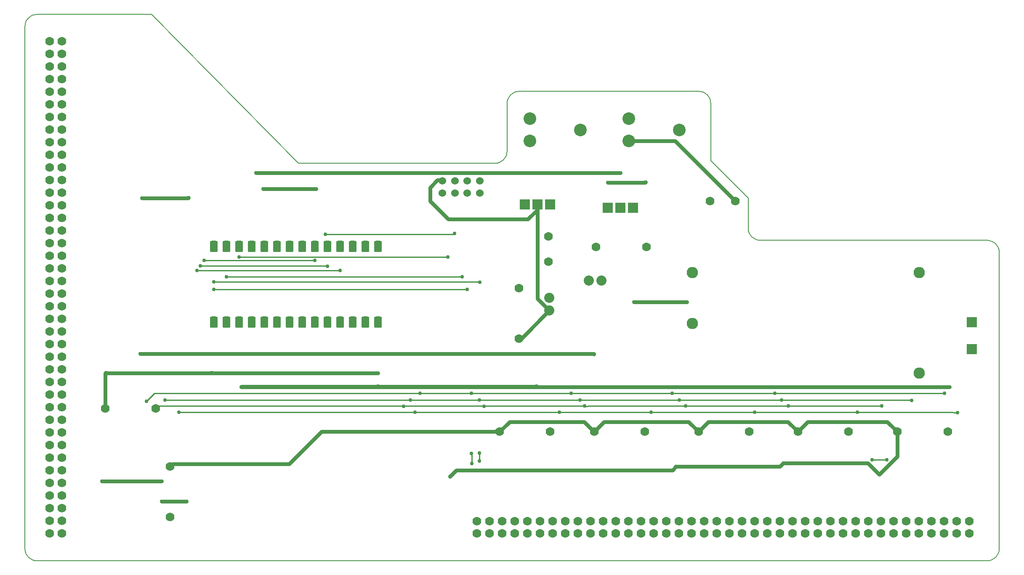
<source format=gbr>
G04 PROTEUS GERBER X2 FILE*
%TF.GenerationSoftware,Labcenter,Proteus,8.6-SP2-Build23525*%
%TF.CreationDate,2023-01-29T17:34:11+00:00*%
%TF.FileFunction,Copper,L2,Bot*%
%TF.FilePolarity,Positive*%
%TF.Part,Single*%
%FSLAX45Y45*%
%MOMM*%
G01*
%TA.AperFunction,Conductor*%
%ADD10C,0.254000*%
%ADD11C,0.508000*%
%ADD14C,0.762000*%
%TA.AperFunction,ViaPad*%
%ADD15C,0.762000*%
%TA.AperFunction,ComponentPad*%
%ADD16C,1.778000*%
%AMPPAD007*
4,1,36,
0.762000,0.838200,
0.762000,-0.838200,
0.755940,-0.900520,
0.738490,-0.958160,
0.710770,-1.009980,
0.673890,-1.054890,
0.628980,-1.091760,
0.577160,-1.119480,
0.519520,-1.136930,
0.457200,-1.143000,
-0.457200,-1.143000,
-0.519520,-1.136930,
-0.577160,-1.119480,
-0.628980,-1.091760,
-0.673890,-1.054890,
-0.710770,-1.009980,
-0.738490,-0.958160,
-0.755940,-0.900520,
-0.762000,-0.838200,
-0.762000,0.838200,
-0.755940,0.900520,
-0.738490,0.958160,
-0.710770,1.009980,
-0.673890,1.054890,
-0.628980,1.091760,
-0.577160,1.119480,
-0.519520,1.136930,
-0.457200,1.143000,
0.457200,1.143000,
0.519520,1.136930,
0.577160,1.119480,
0.628980,1.091760,
0.673890,1.054890,
0.710770,1.009980,
0.738490,0.958160,
0.755940,0.900520,
0.762000,0.838200,
0*%
%TA.AperFunction,ComponentPad*%
%ADD17PPAD007*%
%TA.AperFunction,ComponentPad*%
%ADD20R,2.032000X2.032000*%
%TA.AperFunction,ComponentPad*%
%ADD21C,2.286000*%
%TA.AperFunction,ComponentPad*%
%ADD22C,1.524000*%
%TA.AperFunction,ComponentPad*%
%ADD23C,2.540000*%
%TA.AperFunction,ComponentPad*%
%ADD24C,2.032000*%
%TA.AperFunction,Profile*%
%ADD25C,0.203200*%
%TD.AperFunction*%
D10*
X+6289287Y-5165746D02*
X+6585061Y-5165746D01*
X+6586585Y-5164222D01*
X+6000000Y-4210000D02*
X+7835177Y-4210000D01*
X+8010000Y-4220000D01*
X+4468614Y-3964455D02*
X+4469963Y-3965804D01*
X+4470000Y-3965804D01*
X+7085804Y-3965804D01*
X+7090000Y-3970000D01*
X+4336349Y-3825198D02*
X+4336349Y-3826473D01*
X+3933258Y-4210711D02*
X+3933258Y-4210000D01*
X+6000000Y-4210000D01*
X+2411447Y-3962708D02*
X+2414543Y-3965804D01*
X+2415915Y-3965804D01*
X+4469963Y-3965804D01*
X+2274468Y-3826024D02*
X+2274468Y-3826473D01*
X+4336349Y-3826473D01*
X+1845451Y-4209125D02*
X+1846326Y-4210000D01*
X+1846981Y-4210000D01*
X+3933258Y-4210000D01*
X+414834Y-3965804D02*
X+2414543Y-3965804D01*
X+240000Y-3826473D02*
X+2274468Y-3826473D01*
X+0Y-4210000D02*
X+1846326Y-4210000D01*
X-1606369Y-5187061D02*
X-1606369Y-5033631D01*
X-1610000Y-5030000D01*
X-1608035Y-3963997D02*
X-1606461Y-3965571D01*
X-1606461Y-3965804D01*
X+414834Y-3965804D01*
X-1762096Y-5246236D02*
X-1762096Y-5046552D01*
X-1767421Y-5041227D01*
X-1766719Y-3825321D02*
X-1765567Y-3826473D01*
X-1764616Y-3826473D01*
X+240000Y-3826473D01*
D11*
X-3650000Y-3420000D02*
X-3650000Y-3417083D01*
X-6995972Y-3417083D02*
X-3650000Y-3417083D01*
X-3201490Y-3042567D02*
X-3201490Y-3037895D01*
X-3200000Y-3036405D01*
D10*
X-2699397Y-3963997D02*
X-2700000Y-3963997D01*
X-1608035Y-3963997D02*
X-2699397Y-3963997D01*
X-2998651Y-3964088D02*
X-2999909Y-3964088D01*
X-3000000Y-3963997D01*
X-2700000Y-3963997D02*
X-3000000Y-3963997D01*
X-7929123Y-3963997D01*
X-7932415Y-3960705D01*
X-2901481Y-4210373D02*
X-2900373Y-4210373D01*
X-2900000Y-4210000D01*
X+0Y-4210000D01*
X-2799066Y-3827069D02*
X-2799066Y-3826255D01*
X-2800000Y-3825321D01*
X-1766719Y-3825321D02*
X-2800000Y-3825321D01*
D11*
X-7460468Y+106759D02*
X-8393241Y+106759D01*
X-8400000Y+100000D01*
D10*
X+4336349Y-3826473D02*
X+7210747Y-3826473D01*
X+7750000Y-3830000D01*
X+4677012Y-4080000D02*
X+6479957Y-4080000D01*
X+6483839Y-4083882D01*
X+4608378Y-4078798D02*
X+4608378Y-4080000D01*
X+2540000Y-4080000D02*
X+4608378Y-4080000D01*
X+4677012Y-4080000D01*
X+507307Y-4084578D02*
X+507307Y-4086527D01*
X+577501Y-4086527D01*
X+577684Y-4086710D01*
X+580000Y-4084394D01*
X+2540000Y-4084394D01*
X+2540000Y-4080000D01*
X-3131825Y-4086829D02*
X-3131825Y-4084578D01*
X-8068578Y-4084578D01*
X-8114000Y-4130000D01*
X+507307Y-4084578D02*
X-1515637Y-4084578D01*
X-3131825Y-4084578D01*
D11*
X+5679679Y-3702008D02*
X+5679679Y-3698774D01*
X+1479095Y-3701045D02*
X+1479095Y-3700000D01*
X+2400000Y-3700000D02*
X+1479095Y-3700000D01*
X+3700000Y-3700000D02*
X+3700000Y-3698774D01*
D10*
X-7291831Y-1353165D02*
X-4408755Y-1353165D01*
X-4408167Y-1352577D01*
X-4704503Y-625636D02*
X-2117575Y-625636D01*
X-2105843Y-613904D01*
X-2239292Y-1086541D02*
X-6441793Y-1086541D01*
X-6445023Y-1083311D01*
X-1850000Y-1740000D02*
X-6952652Y-1740000D01*
X-6953789Y-1738863D01*
X-1956907Y-1485201D02*
X-6698279Y-1485201D01*
X-6698474Y-1485396D01*
X-6952416Y-1588546D02*
X-1601454Y-1588546D01*
X-1600000Y-1590000D01*
D11*
X+1503296Y-1991979D02*
X+2568021Y-1991979D01*
X+2570000Y-1990000D01*
X-3645663Y-3688291D02*
X-3645663Y-3688191D01*
X-453291Y-3688191D02*
X-3645663Y-3688191D01*
X-6995972Y-3417083D02*
X-9121140Y-3417083D01*
D10*
X-7223176Y-1263100D02*
X-4669613Y-1263100D01*
X-4664763Y-1267950D01*
X-7145887Y-1156873D02*
X-4921427Y-1156873D01*
X-4920339Y-1155785D01*
X-8010000Y-3825321D02*
X-8140609Y-3825321D01*
X-8247644Y-3932356D01*
X-2800000Y-3825321D02*
X-8010000Y-3825321D01*
X-8247644Y-3932356D02*
X-8300158Y-3984869D01*
X-7650000Y-4210000D02*
X-2900000Y-4210000D01*
D14*
X+3538000Y+40000D02*
X+2326000Y+1252000D01*
X+1400000Y+1252000D01*
X+1227405Y+610000D02*
X-6103790Y+610000D01*
X+2570000Y-1990000D02*
X+1505275Y-1990000D01*
X+1503296Y-1991979D01*
X+978935Y+414852D02*
X+1725007Y+414852D01*
X+1733390Y+423235D01*
X+7850695Y-3698774D02*
X+5679679Y-3698774D01*
X+3700000Y-3698774D01*
X+2401226Y-3698774D01*
X-442708Y-3698774D01*
X-6398774Y-3698774D01*
X-6400000Y-3700000D01*
D11*
X+2401226Y-3698774D02*
X+2400000Y-3700000D01*
X+1479095Y-3700000D02*
X-441482Y-3700000D01*
X-442708Y-3698774D01*
X-453291Y-3688191D01*
X-3645663Y-3688191D02*
X-6388191Y-3688191D01*
X-6398774Y-3698774D01*
D14*
X-3650000Y-3420000D02*
X-9118223Y-3420000D01*
X-9121140Y-3417083D01*
X-9130000Y-4130000D02*
X-9130000Y-3425943D01*
X-9121140Y-3417083D01*
X-8430872Y-3036405D02*
X-3200000Y-3036405D01*
X+695301Y-3036405D01*
X+697161Y-3038265D01*
X-9200000Y-5600000D02*
X-8000000Y-5600000D01*
X-7500000Y-6000000D02*
X-8000000Y-6000000D01*
X-8400000Y+100000D02*
X-7467227Y+100000D01*
X-7460468Y+106759D01*
X-4890903Y+285445D02*
X-5957575Y+285445D01*
D11*
X-5959645Y+283375D01*
D14*
X-7830000Y-5298384D02*
X-7782087Y-5250471D01*
X-5432707Y-5250471D01*
X-4782236Y-4600000D01*
X-1200000Y-4600000D01*
X-1000000Y-4400000D01*
X+500000Y-4400000D01*
X+695000Y-4595000D01*
D11*
X+700000Y-4600000D01*
D14*
X+900000Y-4400000D01*
X+2600000Y-4400000D01*
X+2800000Y-4600000D01*
X+3000000Y-4400000D01*
X+4600000Y-4400000D01*
X+4800000Y-4600000D01*
X+5000000Y-4400000D01*
X+5043350Y-4400000D01*
X+6600000Y-4400000D01*
X+6800000Y-4600000D01*
D11*
X+5000000Y-4400000D02*
X+5043350Y-4400000D01*
X+6600000Y-4400000D01*
D14*
X+6436682Y-5464077D02*
X+6800000Y-5100759D01*
X+6800000Y-4600000D01*
X+6436682Y-5464077D02*
X+6205357Y-5232752D01*
X+4502224Y-5232752D01*
X+2350000Y-5300000D02*
X+4434976Y-5300000D01*
X+4502224Y-5232752D01*
X+334051Y-5374918D02*
X+2275082Y-5374918D01*
X+2350000Y-5300000D01*
X+334051Y-5374918D02*
X-2071317Y-5374918D01*
X-2201233Y-5504834D01*
X-810654Y-2723346D02*
X-763346Y-2723346D01*
X-200000Y-2160000D01*
X-440000Y-30000D02*
X-440000Y-134065D01*
X-632035Y-326100D01*
X-2233900Y-326100D01*
X-2600000Y+40000D01*
X-2600000Y+314583D01*
X-2451224Y+463359D01*
X-2363359Y+463359D01*
X-2350000Y+450000D01*
X-440000Y-134065D02*
X-440000Y-1920000D01*
X-200000Y-2160000D01*
D10*
X-1515637Y-4089760D02*
X-1515637Y-4084578D01*
X+237864Y-3826128D02*
X+239655Y-3826128D01*
X+240000Y-3826473D01*
X+414834Y-3967701D02*
X+414834Y-3965804D01*
D15*
X-8000000Y-5600000D03*
X-9200000Y-5600000D03*
X+334051Y-5374918D03*
X+2350000Y-5300000D03*
X+4502224Y-5232752D03*
X+7090000Y-3970000D03*
X+8010000Y-4220000D03*
X+6289287Y-5165746D03*
X+6586585Y-5164222D03*
X+6000000Y-4210000D03*
X+4468614Y-3964455D03*
X+4336349Y-3825198D03*
X+3933258Y-4210711D03*
X+2411447Y-3962708D03*
X+2274468Y-3826024D03*
X-2201233Y-5504834D03*
X+1845451Y-4209125D03*
X-1606369Y-5187061D03*
X-1610000Y-5030000D03*
X-1762096Y-5246236D03*
X-1767421Y-5041227D03*
X-1766719Y-3825321D03*
X+697161Y-3038265D03*
X+0Y-4210000D03*
X-1608035Y-3963997D03*
X-3201490Y-3042567D03*
X-7932415Y-3960705D03*
X-2998651Y-3964088D03*
X-2901481Y-4210373D03*
X-2799066Y-3827069D03*
X-8400000Y+100000D03*
X-8300158Y-3984869D03*
X+7750000Y-3830000D03*
X+6436682Y-5464077D03*
X+6483839Y-4083882D03*
X+4608378Y-4078798D03*
X+2540000Y-4080000D03*
X-3131825Y-4086829D03*
X+2400000Y-3700000D03*
X+5679679Y-3702008D03*
X+1479095Y-3701045D03*
X-4890903Y+285445D03*
X-5959645Y+283375D03*
X-3650000Y-3420000D03*
X-453291Y-3688191D03*
X-6400000Y-3700000D03*
X-7500000Y-6000000D03*
X-8000000Y-6000000D03*
X+7850695Y-3698774D03*
X+3700000Y-3700000D03*
X-7291831Y-1353165D03*
X-4408167Y-1352577D03*
X-4704503Y-625636D03*
X-2105843Y-613904D03*
X-2239292Y-1086541D03*
X-6445023Y-1083311D03*
X-1850000Y-1740000D03*
X-6953789Y-1738863D03*
X-1956907Y-1485201D03*
X-6698474Y-1485396D03*
X-6952416Y-1588546D03*
X-1600000Y-1590000D03*
X+1503296Y-1991979D03*
X+2570000Y-1990000D03*
X+1227405Y+610000D03*
X-6103790Y+610000D03*
X-3645663Y-3688291D03*
X-6995972Y-3417083D03*
X-9121140Y-3417083D03*
X-7223176Y-1263100D03*
X-4664763Y-1267950D03*
X-7145887Y-1156873D03*
X-4920339Y-1155785D03*
X-7650000Y-4210000D03*
X-8430872Y-3036405D03*
X-7460468Y+106759D03*
X+978935Y+414852D03*
X+1733390Y+423235D03*
X-1515637Y-4089760D03*
X+237864Y-3826128D03*
X+414834Y-3967701D03*
X+507307Y-4084578D03*
D16*
X-1661252Y-6400000D03*
X-1407252Y-6400000D03*
X-1153252Y-6400000D03*
X-899252Y-6400000D03*
X-645252Y-6400000D03*
X-391252Y-6400000D03*
X-137252Y-6400000D03*
X+116748Y-6400000D03*
X+370748Y-6400000D03*
X+624748Y-6400000D03*
X+878748Y-6400000D03*
X+1132748Y-6400000D03*
X+1386748Y-6400000D03*
X+1640748Y-6400000D03*
X+1894748Y-6400000D03*
X+2148748Y-6400000D03*
X+2402748Y-6400000D03*
X+2656748Y-6400000D03*
X+2910748Y-6400000D03*
X+3164748Y-6400000D03*
X+3418748Y-6400000D03*
X+3672748Y-6400000D03*
X+3926748Y-6400000D03*
X+4180748Y-6400000D03*
X+4434748Y-6400000D03*
X+4688748Y-6400000D03*
X+4942748Y-6400000D03*
X+5196748Y-6400000D03*
X+5450748Y-6400000D03*
X+5704748Y-6400000D03*
X+5958748Y-6400000D03*
X+6212748Y-6400000D03*
X+6466748Y-6400000D03*
X+6720748Y-6400000D03*
X+6974748Y-6400000D03*
X+7228748Y-6400000D03*
X+7482748Y-6400000D03*
X+7736748Y-6400000D03*
X+7990748Y-6400000D03*
X+8244748Y-6400000D03*
X+8244748Y-6650000D03*
X+7990748Y-6650000D03*
X+7736748Y-6650000D03*
X+7482748Y-6650000D03*
X+7228748Y-6650000D03*
X+6974748Y-6650000D03*
X+6720748Y-6650000D03*
X+6466748Y-6650000D03*
X+6212748Y-6650000D03*
X+5958748Y-6650000D03*
X+5704748Y-6650000D03*
X+5450748Y-6650000D03*
X+5196748Y-6650000D03*
X+4942748Y-6650000D03*
X+4688748Y-6650000D03*
X+4434748Y-6650000D03*
X+4180748Y-6650000D03*
X+3926748Y-6650000D03*
X+3672748Y-6650000D03*
X+3418748Y-6650000D03*
X+3164748Y-6650000D03*
X+2910748Y-6650000D03*
X+2656748Y-6650000D03*
X+2402748Y-6650000D03*
X+2148748Y-6650000D03*
X+1894748Y-6650000D03*
X+1640748Y-6650000D03*
X+1386748Y-6650000D03*
X+1132748Y-6650000D03*
X+878748Y-6650000D03*
X+624748Y-6650000D03*
X+370748Y-6650000D03*
X+116748Y-6650000D03*
X-137252Y-6650000D03*
X-391252Y-6650000D03*
X-645252Y-6650000D03*
X-899252Y-6650000D03*
X-1153252Y-6650000D03*
X-1407252Y-6650000D03*
X-1661252Y-6650000D03*
X-10005252Y+3256000D03*
X-10005252Y+3002000D03*
X-10005252Y+2748000D03*
X-10005252Y+2494000D03*
X-10005252Y+2240000D03*
X-10005252Y+1986000D03*
X-10005252Y+1732000D03*
X-10005252Y+1478000D03*
X-10005252Y+1224000D03*
X-10005252Y+970000D03*
X-10005252Y+716000D03*
X-10005252Y+462000D03*
X-10005252Y+208000D03*
X-10005252Y-46000D03*
X-10005252Y-300000D03*
X-10005252Y-554000D03*
X-10005252Y-808000D03*
X-10005252Y-1062000D03*
X-10005252Y-1316000D03*
X-10005252Y-1570000D03*
X-10005252Y-1824000D03*
X-10005252Y-2078000D03*
X-10005252Y-2332000D03*
X-10005252Y-2586000D03*
X-10005252Y-2840000D03*
X-10005252Y-3094000D03*
X-10005252Y-3348000D03*
X-10005252Y-3602000D03*
X-10005252Y-3856000D03*
X-10005252Y-4110000D03*
X-10005252Y-4364000D03*
X-10005252Y-4618000D03*
X-10005252Y-4872000D03*
X-10005252Y-5126000D03*
X-10005252Y-5380000D03*
X-10005252Y-5634000D03*
X-10005252Y-5888000D03*
X-10005252Y-6142000D03*
X-10005252Y-6396000D03*
X-10005252Y-6650000D03*
X-10255252Y-6650000D03*
X-10255252Y-6396000D03*
X-10255252Y-6142000D03*
X-10255252Y-5888000D03*
X-10255252Y-5634000D03*
X-10255252Y-5380000D03*
X-10255252Y-5126000D03*
X-10255252Y-4872000D03*
X-10255252Y-4618000D03*
X-10255252Y-4364000D03*
X-10255252Y-4110000D03*
X-10255252Y-3856000D03*
X-10255252Y-3602000D03*
X-10255252Y-3348000D03*
X-10255252Y-3094000D03*
X-10255252Y-2840000D03*
X-10255252Y-2586000D03*
X-10255252Y-2332000D03*
X-10255252Y-2078000D03*
X-10255252Y-1824000D03*
X-10255252Y-1570000D03*
X-10255252Y-1316000D03*
X-10255252Y-1062000D03*
X-10255252Y-808000D03*
X-10255252Y-554000D03*
X-10255252Y-300000D03*
X-10255252Y-46000D03*
X-10255252Y+208000D03*
X-10255252Y+462000D03*
X-10255252Y+716000D03*
X-10255252Y+970000D03*
X-10255252Y+1224000D03*
X-10255252Y+1478000D03*
X-10255252Y+1732000D03*
X-10255252Y+1986000D03*
X-10255252Y+2240000D03*
X-10255252Y+2494000D03*
X-10255252Y+2748000D03*
X-10255252Y+3002000D03*
X-10255252Y+3256000D03*
D17*
X-3650000Y-870000D03*
X-3904000Y-870000D03*
X-4158000Y-870000D03*
X-4412000Y-870000D03*
X-4666000Y-870000D03*
X-4920000Y-870000D03*
X-5174000Y-870000D03*
X-5428000Y-870000D03*
X-5682000Y-870000D03*
X-5936000Y-870000D03*
X-6190000Y-870000D03*
X-6444000Y-870000D03*
X-6698000Y-870000D03*
X-6952000Y-870000D03*
X-6952000Y-2394000D03*
X-6698000Y-2394000D03*
X-6444000Y-2394000D03*
X-6190000Y-2394000D03*
X-5936000Y-2394000D03*
X-5682000Y-2394000D03*
X-5428000Y-2394000D03*
X-5174000Y-2394000D03*
X-4920000Y-2394000D03*
X-4666000Y-2394000D03*
X-4412000Y-2394000D03*
X-4158000Y-2394000D03*
X-3904000Y-2394000D03*
X-3650000Y-2394000D03*
D16*
X-9130000Y-4130000D03*
X-8114000Y-4130000D03*
X-7830000Y-5298384D03*
X-7830000Y-6314384D03*
X-1200000Y-4600000D03*
X-184000Y-4600000D03*
X+700000Y-4600000D03*
X+1716000Y-4600000D03*
X+2800000Y-4600000D03*
X+3816000Y-4600000D03*
X+4800000Y-4600000D03*
X+5816000Y-4600000D03*
X+6800000Y-4600000D03*
X+7816000Y-4600000D03*
D20*
X-694000Y-30000D03*
X-440000Y-30000D03*
X-186000Y-30000D03*
X+975346Y-93346D03*
X+1229346Y-93346D03*
X+1483346Y-93346D03*
D16*
X-810654Y-2723346D03*
X-810654Y-1707346D03*
D20*
X+8300000Y-2400000D03*
X+8300000Y-2938265D03*
D21*
X+7240000Y-1400000D03*
X+7240000Y-3420000D03*
X+2680000Y-1400000D03*
X+2680000Y-2420000D03*
D22*
X-1600000Y+200000D03*
X-1850000Y+200000D03*
X-2100000Y+200000D03*
X-2350000Y+200000D03*
X-2100000Y+450000D03*
X-1850000Y+450000D03*
X-1600000Y+450000D03*
X-2350000Y+450000D03*
D23*
X-590000Y+1252000D03*
X-590000Y+1700000D03*
X+422000Y+1476000D03*
D16*
X+3030000Y+40000D03*
X+3538000Y+40000D03*
X-220000Y-670000D03*
X-220000Y-1178000D03*
X+1756000Y-880000D03*
X+740000Y-880000D03*
D24*
X-200000Y-2160000D03*
X-200000Y-1906000D03*
X+844000Y-1560000D03*
X+590000Y-1560000D03*
D23*
X+1400000Y+1252000D03*
X+1400000Y+1700000D03*
X+2412000Y+1476000D03*
D25*
X-10500000Y-7200000D02*
X-10551117Y-7195026D01*
X-10598389Y-7180713D01*
X-10640900Y-7157977D01*
X-10677734Y-7127734D01*
X-10707977Y-7090900D01*
X-10730713Y-7048389D01*
X-10745026Y-7001117D01*
X-10750000Y-6950000D01*
X-10750000Y+3550000D02*
X-10745026Y+3601117D01*
X-10730713Y+3648389D01*
X-10707977Y+3690900D01*
X-10677734Y+3727734D01*
X-10640900Y+3757977D01*
X-10598389Y+3780713D01*
X-10551117Y+3795026D01*
X-10500000Y+3800000D01*
X-5250000Y+800000D02*
X-8200000Y+3800000D01*
X+3800000Y+100000D02*
X+3050000Y+850000D01*
X-1300000Y+800000D02*
X-1248883Y+804974D01*
X-1201611Y+819287D01*
X-1159100Y+842023D01*
X-1122266Y+872266D01*
X-1092023Y+909100D01*
X-1069287Y+951611D01*
X-1054974Y+998883D01*
X-1050000Y+1050000D01*
X-1050000Y+2000000D02*
X-1045026Y+2051117D01*
X-1030713Y+2098389D01*
X-1007977Y+2140900D01*
X-977734Y+2177734D01*
X-940900Y+2207977D01*
X-898389Y+2230713D01*
X-851117Y+2245026D01*
X-800000Y+2250000D01*
X+2800000Y+2250000D02*
X+2851117Y+2245026D01*
X+2898389Y+2230713D01*
X+2940900Y+2207977D01*
X+2977734Y+2177734D01*
X+3007977Y+2140900D01*
X+3030713Y+2098389D01*
X+3045026Y+2051117D01*
X+3050000Y+2000000D01*
X+4050000Y-750000D02*
X+3998883Y-745026D01*
X+3951611Y-730713D01*
X+3909100Y-707977D01*
X+3872266Y-677734D01*
X+3842023Y-640900D01*
X+3819287Y-598389D01*
X+3804974Y-551117D01*
X+3800000Y-500000D01*
X+8600000Y-750000D02*
X+8651117Y-754974D01*
X+8698389Y-769287D01*
X+8740900Y-792023D01*
X+8777734Y-822266D01*
X+8807977Y-859100D01*
X+8830713Y-901611D01*
X+8845026Y-948883D01*
X+8850000Y-1000000D01*
X+8600000Y-7200000D02*
X+8651117Y-7195026D01*
X+8698389Y-7180713D01*
X+8740900Y-7157977D01*
X+8777734Y-7127734D01*
X+8807977Y-7090900D01*
X+8830713Y-7048389D01*
X+8845026Y-7001117D01*
X+8850000Y-6950000D01*
X-800000Y+2250000D02*
X+2800000Y+2250000D01*
X-1050000Y+2000000D02*
X-1050000Y+1050000D01*
X-1300000Y+800000D02*
X-5250000Y+800000D01*
X+3050000Y+850000D02*
X+3050000Y+2000000D01*
X+3800000Y-500000D02*
X+3800000Y+100000D01*
X+4050000Y-750000D02*
X+8600000Y-750000D01*
X+8850000Y-6950000D02*
X+8850000Y-1000000D01*
X+8600000Y-7200000D02*
X-10500000Y-7200000D01*
X-10750000Y-6950000D02*
X-10750000Y+3550000D01*
X-10500000Y+3800000D02*
X-8200000Y+3800000D01*
M02*

</source>
